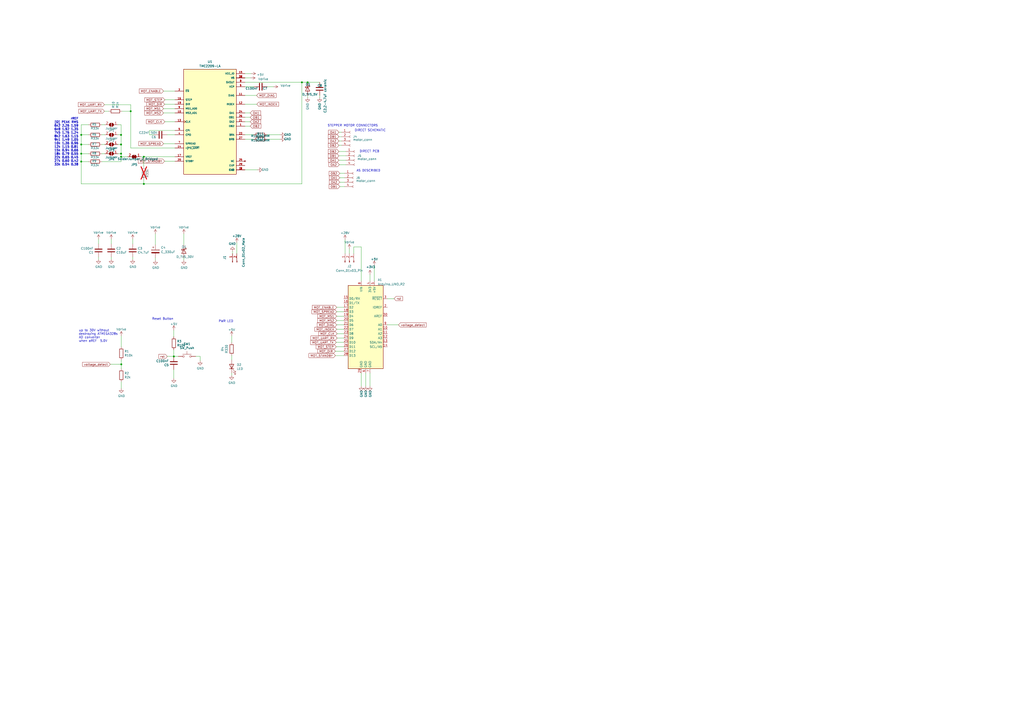
<source format=kicad_sch>
(kicad_sch (version 20230121) (generator eeschema)
  (paper "A2")
  (title_block (title "ETHERSWEEP 4") (rev "4.0.1") (company "github.com/neumi"))
  (lib_symbols
    (symbol "+28V_1" (power) (pin_names (offset 0))
      (property "Value" "+28V_1" (at 0 3.81 0))
      (symbol "+28V_1_0_1"
        (polyline (pts (xy -0.762 1.27) (xy 0 2.54)))
        (polyline (pts (xy 0 0) (xy 0 2.54)))
        (polyline (pts (xy 0 2.54) (xy 0.762 1.27)))
      )
      (symbol "+28V_1_1_1"
        (pin power_in line (at 0 0 90) (length 0) hide (name "+28V") (number "1"))
      )
    )
    (symbol "Connector:Conn_01x02_Male" (pin_names (offset 1.016) hide)
      (property "Reference" "J" (at 0 2.54 0))
      (property "Value" "Conn_01x02_Male" (at 0 -5.08 0))
      (symbol "Conn_01x02_Male_1_1"
        (polyline (pts (xy 1.27 -2.54) (xy 0.8636 -2.54)) (stroke (width 0.1524)))
        (polyline (pts (xy 1.27 0) (xy 0.8636 0)) (stroke (width 0.1524)))
        (rectangle (start 0.8636 -2.413) (end 0 -2.667) (stroke (width 0.1524)) (fill (type outline)))
        (rectangle (start 0.8636 0.127) (end 0 -0.127) (stroke (width 0.1524)) (fill (type outline)))
        (pin passive line (at 5.08 0 180) (length 3.81) (name "Pin_1") (number "1"))
        (pin passive line (at 5.08 -2.54 180) (length 3.81) (name "Pin_2") (number "2"))
      )
    )
    (symbol "Connector:Conn_01x03_Pin" (pin_names (offset 1.016) hide)
      (property "Reference" "J" (at 0 5.08 0))
      (property "Value" "Conn_01x03_Pin" (at 0 -5.08 0))
      (symbol "Conn_01x03_Pin_1_1"
        (polyline (pts (xy 1.27 -2.54) (xy 0.8636 -2.54)) (stroke (width 0.1524)))
        (polyline (pts (xy 1.27 0) (xy 0.8636 0)) (stroke (width 0.1524)))
        (polyline (pts (xy 1.27 2.54) (xy 0.8636 2.54)) (stroke (width 0.1524)))
        (rectangle (start 0.8636 -2.413) (end 0 -2.667) (stroke (width 0.1524)) (fill (type outline)))
        (rectangle (start 0.8636 0.127) (end 0 -0.127) (stroke (width 0.1524)) (fill (type outline)))
        (rectangle (start 0.8636 2.667) (end 0 2.413) (stroke (width 0.1524)) (fill (type outline)))
        (pin passive line (at 5.08 2.54 180) (length 3.81) (name "Pin_1") (number "1"))
        (pin passive line (at 5.08 0 180) (length 3.81) (name "Pin_2") (number "2"))
        (pin passive line (at 5.08 -2.54 180) (length 3.81) (name "Pin_3") (number "3"))
      )
    )
    (symbol "Connector:Conn_01x04_Female" (pin_names (offset 1.016) hide)
      (property "Reference" "J" (at 0 5.08 0))
      (property "Value" "Conn_01x04_Female" (at 0 -7.62 0))
      (symbol "Conn_01x04_Female_1_1"
        (arc (start 0 -4.572) (mid -0.5058 -5.08) (end 0 -5.588) (stroke (width 0.1524)))
        (arc (start 0 -2.032) (mid -0.5058 -2.54) (end 0 -3.048) (stroke (width 0.1524)))
        (polyline (pts (xy -1.27 -5.08) (xy -0.508 -5.08)) (stroke (width 0.1524)))
        (polyline (pts (xy -1.27 -2.54) (xy -0.508 -2.54)) (stroke (width 0.1524)))
        (polyline (pts (xy -1.27 0) (xy -0.508 0)) (stroke (width 0.1524)))
        (polyline (pts (xy -1.27 2.54) (xy -0.508 2.54)) (stroke (width 0.1524)))
        (arc (start 0 0.508) (mid -0.5058 0) (end 0 -0.508) (stroke (width 0.1524)))
        (arc (start 0 3.048) (mid -0.5058 2.54) (end 0 2.032) (stroke (width 0.1524)))
        (pin passive line (at -5.08 2.54 0) (length 3.81) (name "Pin_1") (number "1"))
        (pin passive line (at -5.08 0 0) (length 3.81) (name "Pin_2") (number "2"))
        (pin passive line (at -5.08 -2.54 0) (length 3.81) (name "Pin_3") (number "3"))
        (pin passive line (at -5.08 -5.08 0) (length 3.81) (name "Pin_4") (number "4"))
      )
    )
    (symbol "Device:C" (pin_numbers hide) (pin_names (offset 0.254))
      (property "Reference" "C" (at 0.635 2.54 0))
      (property "Value" "C" (at 0.635 -2.54 0))
      (symbol "C_0_1"
        (polyline (pts (xy -2.032 -0.762) (xy 2.032 -0.762)) (stroke (width 0.508)))
        (polyline (pts (xy -2.032 0.762) (xy 2.032 0.762)) (stroke (width 0.508)))
      )
      (symbol "C_1_1"
        (pin passive line (at 0 3.81 270) (length 2.794) (name "~") (number "1"))
        (pin passive line (at 0 -3.81 90) (length 2.794) (name "~") (number "2"))
      )
    )
    (symbol "Device:C_Polarized" (pin_numbers hide) (pin_names (offset 0.254))
      (property "Reference" "C" (at 0.635 2.54 0))
      (property "Value" "C_Polarized" (at 0.635 -2.54 0))
      (symbol "C_Polarized_0_1"
        (rectangle (start -2.286 0.508) (end 2.286 1.016))
        (polyline (pts (xy -1.778 2.286) (xy -0.762 2.286)))
        (polyline (pts (xy -1.27 2.794) (xy -1.27 1.778)))
        (rectangle (start 2.286 -0.508) (end -2.286 -1.016) (fill (type outline)))
      )
      (symbol "C_Polarized_1_1"
        (pin passive line (at 0 3.81 270) (length 2.794) (name "~") (number "1"))
        (pin passive line (at 0 -3.81 90) (length 2.794) (name "~") (number "2"))
      )
    )
    (symbol "Device:D_Schottky" (pin_numbers hide) (pin_names (offset 1.016) hide)
      (property "Reference" "D" (at 0 2.54 0))
      (property "Value" "D_Schottky" (at 0 -2.54 0))
      (symbol "D_Schottky_0_1"
        (polyline (pts (xy 1.27 0) (xy -1.27 0)))
        (polyline (pts (xy 1.27 1.27) (xy 1.27 -1.27) (xy -1.27 0) (xy 1.27 1.27)) (stroke (width 0.254)))
        (polyline (pts (xy -1.905 0.635) (xy -1.905 1.27) (xy -1.27 1.27) (xy -1.27 -1.27) (xy -0.635 -1.27) (xy -0.635 -0.635)) (stroke (width 0.254)))
      )
      (symbol "D_Schottky_1_1"
        (pin passive line (at -3.81 0 0) (length 2.54) (name "K") (number "1"))
        (pin passive line (at 3.81 0 180) (length 2.54) (name "A") (number "2"))
      )
    )
    (symbol "Device:LED" (pin_numbers hide) (pin_names (offset 1.016) hide)
      (property "Reference" "D" (at 0 2.54 0))
      (property "Value" "LED" (at 0 -2.54 0))
      (symbol "LED_0_1"
        (polyline (pts (xy -1.27 -1.27) (xy -1.27 1.27)) (stroke (width 0.254)))
        (polyline (pts (xy -1.27 0) (xy 1.27 0)))
        (polyline (pts (xy 1.27 -1.27) (xy 1.27 1.27) (xy -1.27 0) (xy 1.27 -1.27)) (stroke (width 0.254)))
        (polyline (pts (xy -3.048 -0.762) (xy -4.572 -2.286) (xy -3.81 -2.286) (xy -4.572 -2.286) (xy -4.572 -1.524)))
        (polyline (pts (xy -1.778 -0.762) (xy -3.302 -2.286) (xy -2.54 -2.286) (xy -3.302 -2.286) (xy -3.302 -1.524)))
      )
      (symbol "LED_1_1"
        (pin passive line (at -3.81 0 0) (length 2.54) (name "K") (number "1"))
        (pin passive line (at 3.81 0 180) (length 2.54) (name "A") (number "2"))
      )
    )
    (symbol "Device:R" (pin_numbers hide) (pin_names (offset 0))
      (property "Reference" "R" (at 2.032 0 90))
      (property "Value" "R" (at 0 0 90))
      (symbol "R_0_1"
        (rectangle (start -1.016 -2.54) (end 1.016 2.54) (stroke (width 0.254)))
      )
      (symbol "R_1_1"
        (pin passive line (at 0 3.81 270) (length 1.27) (name "~") (number "1"))
        (pin passive line (at 0 -3.81 90) (length 1.27) (name "~") (number "2"))
      )
    )
    (symbol "Jumper:SolderJumper_2_Bridged" (pin_names (offset 0) hide)
      (property "Reference" "JP" (at 0 2.032 0))
      (property "Value" "SolderJumper_2_Bridged" (at 0 -2.54 0))
      (symbol "SolderJumper_2_Bridged_0_1"
        (rectangle (start -0.508 0.508) (end 0.508 -0.508) (fill (type outline)))
        (arc (start -0.254 1.016) (mid -1.2656 0) (end -0.254 -1.016))
        (arc (start -0.254 1.016) (mid -1.2656 0) (end -0.254 -1.016) (fill (type outline)))
        (polyline (pts (xy -0.254 1.016) (xy -0.254 -1.016)))
        (polyline (pts (xy 0.254 1.016) (xy 0.254 -1.016)))
        (arc (start 0.254 -1.016) (mid 1.2656 0) (end 0.254 1.016))
        (arc (start 0.254 -1.016) (mid 1.2656 0) (end 0.254 1.016) (fill (type outline)))
      )
      (symbol "SolderJumper_2_Bridged_1_1"
        (pin passive line (at -3.81 0 0) (length 2.54) (name "A") (number "1"))
        (pin passive line (at 3.81 0 180) (length 2.54) (name "B") (number "2"))
      )
    )
    (symbol "Jumper:SolderJumper_2_Open" (pin_names (offset 0) hide)
      (property "Reference" "JP" (at 0 2.032 0))
      (property "Value" "SolderJumper_2_Open" (at 0 -2.54 0))
      (symbol "SolderJumper_2_Open_0_1"
        (arc (start -0.254 1.016) (mid -1.2656 0) (end -0.254 -1.016))
        (arc (start -0.254 1.016) (mid -1.2656 0) (end -0.254 -1.016) (fill (type outline)))
        (polyline (pts (xy -0.254 1.016) (xy -0.254 -1.016)))
        (polyline (pts (xy 0.254 1.016) (xy 0.254 -1.016)))
        (arc (start 0.254 -1.016) (mid 1.2656 0) (end 0.254 1.016))
        (arc (start 0.254 -1.016) (mid 1.2656 0) (end 0.254 1.016) (fill (type outline)))
      )
      (symbol "SolderJumper_2_Open_1_1"
        (pin passive line (at -3.81 0 0) (length 2.54) (name "A") (number "1"))
        (pin passive line (at 3.81 0 180) (length 2.54) (name "B") (number "2"))
      )
    )
    (symbol "MCU_Module:Arduino_UNO_R2"
      (property "Reference" "A" (at -10.16 23.495 0))
      (property "Value" "Arduino_UNO_R2" (at 5.08 -26.67 0))
      (symbol "Arduino_UNO_R2_0_1"
        (rectangle (start -10.16 22.86) (end 10.16 -25.4) (stroke (width 0.254)) (fill (type background)))
      )
      (symbol "Arduino_UNO_R2_1_1"
        (pin no_connect line (at -10.16 -20.32 0) (length 2.54) hide (name "NC") (number "1"))
        (pin bidirectional line (at 12.7 -2.54 180) (length 2.54) (name "A1") (number "10"))
        (pin bidirectional line (at 12.7 -5.08 180) (length 2.54) (name "A2") (number "11"))
        (pin bidirectional line (at 12.7 -7.62 180) (length 2.54) (name "A3") (number "12"))
        (pin bidirectional line (at 12.7 -10.16 180) (length 2.54) (name "SDA/A4") (number "13"))
        (pin bidirectional line (at 12.7 -12.7 180) (length 2.54) (name "SCL/A5") (number "14"))
        (pin bidirectional line (at -12.7 15.24 0) (length 2.54) (name "D0/RX") (number "15"))
        (pin bidirectional line (at -12.7 12.7 0) (length 2.54) (name "D1/TX") (number "16"))
        (pin bidirectional line (at -12.7 10.16 0) (length 2.54) (name "D2") (number "17"))
        (pin bidirectional line (at -12.7 7.62 0) (length 2.54) (name "D3") (number "18"))
        (pin bidirectional line (at -12.7 5.08 0) (length 2.54) (name "D4") (number "19"))
        (pin output line (at 12.7 10.16 180) (length 2.54) (name "IOREF") (number "2"))
        (pin bidirectional line (at -12.7 2.54 0) (length 2.54) (name "D5") (number "20"))
        (pin bidirectional line (at -12.7 0 0) (length 2.54) (name "D6") (number "21"))
        (pin bidirectional line (at -12.7 -2.54 0) (length 2.54) (name "D7") (number "22"))
        (pin bidirectional line (at -12.7 -5.08 0) (length 2.54) (name "D8") (number "23"))
        (pin bidirectional line (at -12.7 -7.62 0) (length 2.54) (name "D9") (number "24"))
        (pin bidirectional line (at -12.7 -10.16 0) (length 2.54) (name "D10") (number "25"))
        (pin bidirectional line (at -12.7 -12.7 0) (length 2.54) (name "D11") (number "26"))
        (pin bidirectional line (at -12.7 -15.24 0) (length 2.54) (name "D12") (number "27"))
        (pin bidirectional line (at -12.7 -17.78 0) (length 2.54) (name "D13") (number "28"))
        (pin power_in line (at -2.54 -27.94 90) (length 2.54) (name "GND") (number "29"))
        (pin input line (at 12.7 15.24 180) (length 2.54) (name "~{RESET}") (number "3"))
        (pin input line (at 12.7 5.08 180) (length 2.54) (name "AREF") (number "30"))
        (pin power_out line (at 2.54 25.4 270) (length 2.54) (name "3V3") (number "4"))
        (pin power_out line (at 5.08 25.4 270) (length 2.54) (name "+5V") (number "5"))
        (pin power_in line (at 0 -27.94 90) (length 2.54) (name "GND") (number "6"))
        (pin power_in line (at 2.54 -27.94 90) (length 2.54) (name "GND") (number "7"))
        (pin power_in line (at -2.54 25.4 270) (length 2.54) (name "VIN") (number "8"))
        (pin bidirectional line (at 12.7 0 180) (length 2.54) (name "A0") (number "9"))
      )
    )
    (symbol "Switch:SW_Push" (pin_numbers hide) (pin_names (offset 1.016) hide)
      (property "Reference" "SW" (at 1.27 2.54 0))
      (property "Value" "SW_Push" (at 0 -1.524 0))
      (symbol "SW_Push_0_1"
        (circle (center -2.032 0) (radius 0.508))
        (polyline (pts (xy 0 1.27) (xy 0 3.048)))
        (polyline (pts (xy 2.54 1.27) (xy -2.54 1.27)))
        (circle (center 2.032 0) (radius 0.508))
        (pin passive line (at -5.08 0 0) (length 2.54) (name "1") (number "1"))
        (pin passive line (at 5.08 0 180) (length 2.54) (name "2") (number "2"))
      )
    )
    (symbol "TMC2209-LA:TMC2209-LA" (pin_names (offset 1.016))
      (property "Reference" "U" (at -15.24 30.48 0))
      (property "Value" "TMC2209-LA" (at -15.24 -33.02 0))
      (symbol "TMC2209-LA_0_0"
        (rectangle (start -15.24 -30.48) (end 15.24 30.48) (stroke (width 0.254)) (fill (type background)))
        (pin output line (at 20.32 -2.54 180) (length 5.08) (name "OB2") (number "1"))
        (pin input line (at -20.32 5.08 0) (length 5.08) (name "MS2_AD1") (number "10"))
        (pin output line (at 20.32 15.24 180) (length 5.08) (name "DIAG") (number "11"))
        (pin output line (at 20.32 10.16 180) (length 5.08) (name "INDEX") (number "12"))
        (pin input clock (at -20.32 0 0) (length 5.08) (name "CLK") (number "13"))
        (pin bidirectional line (at -20.32 -15.24 0) (length 5.08) (name "~{PD~{_UART}") (number "14"))
        (pin power_in line (at 20.32 27.94 180) (length 5.08) (name "VCC_IO") (number "15"))
        (pin input line (at -20.32 12.7 0) (length 5.08) (name "STEP") (number "16"))
        (pin input line (at -20.32 -20.32 0) (length 5.08) (name "VREF") (number "17"))
        (pin power_in line (at 20.32 -27.94 180) (length 5.08) (name "GND") (number "18"))
        (pin input line (at -20.32 10.16 0) (length 5.08) (name "DIR") (number "19"))
        (pin input line (at -20.32 17.78 0) (length 5.08) (name "~{EN}") (number "2"))
        (pin input line (at -20.32 -22.86 0) (length 5.08) (name "STDBY") (number "20"))
        (pin output line (at 20.32 0 180) (length 5.08) (name "OA2") (number "21"))
        (pin power_in line (at 20.32 25.4 180) (length 5.08) (name "VS") (number "22"))
        (pin bidirectional line (at 20.32 -7.62 180) (length 5.08) (name "BRA") (number "23"))
        (pin output line (at 20.32 5.08 180) (length 5.08) (name "OA1") (number "24"))
        (pin no_connect line (at 20.32 -22.86 180) (length 5.08) (name "NC") (number "25"))
        (pin output line (at 20.32 2.54 180) (length 5.08) (name "OB1") (number "26"))
        (pin bidirectional line (at 20.32 -10.16 180) (length 5.08) (name "BRB") (number "27"))
        (pin power_in line (at 20.32 25.4 180) (length 5.08) (name "VS") (number "28"))
        (pin power_in line (at 20.32 -25.4 180) (length 5.08) (name "EXP") (number "29"))
        (pin power_in line (at 20.32 -27.94 180) (length 5.08) (name "GND") (number "3"))
        (pin output line (at -20.32 -7.62 0) (length 5.08) (name "CPO") (number "4"))
        (pin input line (at -20.32 -5.08 0) (length 5.08) (name "CPI") (number "5"))
        (pin power_in line (at 20.32 20.32 180) (length 5.08) (name "VCP") (number "6"))
        (pin input line (at -20.32 -12.7 0) (length 5.08) (name "SPREAD") (number "7"))
        (pin power_in line (at 20.32 22.86 180) (length 5.08) (name "5VOUT") (number "8"))
        (pin input line (at -20.32 7.62 0) (length 5.08) (name "MS1_AD0") (number "9"))
      )
    )
    (symbol "power:+3.3V" (power) (pin_names (offset 0))
      (property "Value" "+3.3V" (at 0 3.556 0))
      (symbol "+3.3V_0_1"
        (polyline (pts (xy -0.762 1.27) (xy 0 2.54)))
        (polyline (pts (xy 0 0) (xy 0 2.54)))
        (polyline (pts (xy 0 2.54) (xy 0.762 1.27)))
      )
      (symbol "+3.3V_1_1"
        (pin power_in line (at 0 0 90) (length 0) hide (name "+3V3") (number "1"))
      )
    )
    (symbol "power:+5V" (power) (pin_names (offset 0))
      (property "Value" "+5V" (at 0 3.556 0))
      (symbol "+5V_0_1"
        (polyline (pts (xy -0.762 1.27) (xy 0 2.54)))
        (polyline (pts (xy 0 0) (xy 0 2.54)))
        (polyline (pts (xy 0 2.54) (xy 0.762 1.27)))
      )
      (symbol "+5V_1_1"
        (pin power_in line (at 0 0 90) (length 0) hide (name "+5V") (number "1"))
      )
    )
    (symbol "power:GND" (power) (pin_names (offset 0))
      (property "Value" "GND" (at 0 -3.81 0))
      (symbol "GND_0_1"
        (polyline (pts (xy 0 0) (xy 0 -1.27) (xy 1.27 -1.27) (xy 0 -2.54) (xy -1.27 -1.27) (xy 0 -1.27)))
      )
      (symbol "GND_1_1"
        (pin power_in line (at 0 0 270) (length 0) hide (name "GND") (number "1"))
      )
    )
    (symbol "power:Vdrive" (power) (pin_names (offset 0))
      (property "Value" "Vdrive" (at 0 3.81 0))
      (symbol "Vdrive_0_1"
        (polyline (pts (xy -0.762 1.27) (xy 0 2.54)))
        (polyline (pts (xy 0 0) (xy 0 2.54)))
        (polyline (pts (xy 0 2.54) (xy 0.762 1.27)))
      )
      (symbol "Vdrive_1_1"
        (pin power_in line (at 0 0 90) (length 0) hide (name "Vdrive") (number "1"))
      )
    )
  )
  (junction (at 47.117 78.232))
  (junction (at 75.819 64.516))
  (junction (at 47.117 83.82))
  (junction (at 47.117 89.154))
  (junction (at 70.231 89.154))
  (junction (at 83.439 106.68))
  (junction (at 70.231 90.932))
  (junction (at 70.231 83.82))
  (junction (at 175.133 47.752))
  (junction (at 178.435 47.752))
  (junction (at 100.838 206.756))
  (junction (at 70.231 78.232))
  (junction (at 83.439 90.932))
  (junction (at 70.358 211.328))
  (junction (at 47.117 93.726))
  (wire (pts (xy 142.113 65.532) (xy 145.161 65.532)))
  (wire (pts (xy 60.833 89.154) (xy 59.055 89.154)))
  (wire (pts (xy 60.833 83.82) (xy 59.055 83.82)))
  (wire (pts (xy 205.232 143.256) (xy 209.55 143.256)))
  (wire (pts (xy 196.596 81.788) (xy 198.12 81.788)))
  (wire (pts (xy 142.113 98.552) (xy 149.352 98.552)))
  (wire (pts (xy 57.15 138.684) (xy 57.15 141.478)))
  (wire (pts (xy 147.447 50.292) (xy 142.113 50.292)))
  (wire (pts (xy 101.473 83.312) (xy 94.869 83.312)))
  (wire (pts (xy 197.104 103.124) (xy 199.898 103.124)))
  (wire (pts (xy 217.17 153.924) (xy 217.17 163.068)))
  (wire (pts (xy 194.564 203.708) (xy 199.39 203.708)))
  (wire (pts (xy 209.55 143.256) (xy 209.55 163.068)))
  (wire (pts (xy 70.231 72.39) (xy 70.231 78.232)))
  (wire (pts (xy 142.113 73.152) (xy 145.161 73.152)))
  (wire (pts (xy 196.85 95.504) (xy 200.66 95.504)))
  (wire (pts (xy 101.473 62.992) (xy 94.869 62.992)))
  (wire (pts (xy 195.58 193.548) (xy 199.39 193.548)))
  (wire (pts (xy 195.326 191.008) (xy 199.39 191.008)))
  (wire (pts (xy 134.366 216.408) (xy 134.366 217.678)))
  (wire (pts (xy 228.6 173.228) (xy 224.79 173.228)))
  (wire (pts (xy 101.473 60.452) (xy 95.504 60.452)))
  (wire (pts (xy 95.631 57.912) (xy 101.473 57.912)))
  (wire (pts (xy 64.516 138.684) (xy 64.516 141.478)))
  (wire (pts (xy 70.231 78.232) (xy 70.231 83.82)))
  (wire (pts (xy 47.117 83.82) (xy 47.117 78.232)))
  (wire (pts (xy 196.596 79.248) (xy 198.12 79.248)))
  (wire (pts (xy 75.819 60.706) (xy 75.819 64.516)))
  (wire (pts (xy 196.596 76.708) (xy 198.12 76.708)))
  (wire (pts (xy 70.231 72.39) (xy 68.453 72.39)))
  (wire (pts (xy 137.414 147.066) (xy 137.414 140.716)))
  (wire (pts (xy 100.838 202.946) (xy 100.838 206.756)))
  (wire (pts (xy 212.09 216.408) (xy 212.09 224.028)))
  (wire (pts (xy 83.439 90.932) (xy 83.439 96.52)))
  (wire (pts (xy 70.231 83.82) (xy 70.231 89.154)))
  (wire (pts (xy 76.962 149.098) (xy 76.962 150.368)))
  (wire (pts (xy 214.63 216.408) (xy 214.63 224.028)))
  (wire (pts (xy 47.117 106.68) (xy 47.117 93.726)))
  (wire (pts (xy 196.596 87.884) (xy 200.66 87.884)))
  (wire (pts (xy 70.231 89.154) (xy 68.453 89.154)))
  (wire (pts (xy 195.072 198.628) (xy 199.39 198.628)))
  (wire (pts (xy 142.113 68.072) (xy 145.161 68.072)))
  (wire (pts (xy 155.067 50.292) (xy 158.623 50.292)))
  (wire (pts (xy 154.813 78.232) (xy 162.433 78.232)))
  (wire (pts (xy 101.473 93.472) (xy 95.504 93.472)))
  (wire (pts (xy 142.113 60.452) (xy 148.971 60.452)))
  (wire (pts (xy 134.366 206.248) (xy 134.366 208.788)))
  (wire (pts (xy 83.439 104.14) (xy 83.439 106.68)))
  (wire (pts (xy 94.869 65.532) (xy 101.473 65.532)))
  (wire (pts (xy 60.579 64.516) (xy 63.119 64.516)))
  (wire (pts (xy 75.819 85.852) (xy 75.819 64.516)))
  (wire (pts (xy 51.435 89.154) (xy 47.117 89.154)))
  (wire (pts (xy 134.874 147.066) (xy 134.874 145.796)))
  (wire (pts (xy 47.117 89.154) (xy 47.117 83.82)))
  (wire (pts (xy 70.358 211.328) (xy 70.358 213.868)))
  (wire (pts (xy 106.68 149.606) (xy 106.68 150.876)))
  (wire (pts (xy 175.133 47.752) (xy 175.133 106.68)))
  (wire (pts (xy 197.104 108.204) (xy 199.898 108.204)))
  (wire (pts (xy 76.962 138.684) (xy 76.962 141.478)))
  (wire (pts (xy 100.838 195.326) (xy 100.838 191.516)))
  (wire (pts (xy 97.028 206.756) (xy 100.838 206.756)))
  (wire (pts (xy 116.078 206.756) (xy 116.078 209.296)))
  (wire (pts (xy 47.117 93.726) (xy 47.117 89.154)))
  (wire (pts (xy 70.231 93.726) (xy 70.231 90.932)))
  (wire (pts (xy 86.741 78.232) (xy 89.281 78.232)))
  (wire (pts (xy 196.596 92.964) (xy 200.66 92.964)))
  (wire (pts (xy 178.435 47.752) (xy 185.42 47.752)))
  (wire (pts (xy 90.17 149.606) (xy 90.17 150.876)))
  (wire (pts (xy 101.473 85.852) (xy 75.819 85.852)))
  (wire (pts (xy 64.516 149.098) (xy 64.516 150.368)))
  (wire (pts (xy 134.366 198.628) (xy 134.366 194.818)))
  (wire (pts (xy 142.113 55.372) (xy 148.844 55.372)))
  (wire (pts (xy 195.326 188.468) (xy 199.39 188.468)))
  (wire (pts (xy 70.231 89.154) (xy 70.231 90.932)))
  (wire (pts (xy 142.113 42.672) (xy 145.669 42.672)))
  (wire (pts (xy 101.473 90.932) (xy 83.439 90.932)))
  (wire (pts (xy 96.901 78.232) (xy 101.473 78.232)))
  (wire (pts (xy 185.42 55.372) (xy 185.42 56.642)))
  (wire (pts (xy 83.439 90.932) (xy 81.661 90.932)))
  (wire (pts (xy 60.579 60.706) (xy 75.819 60.706)))
  (wire (pts (xy 205.232 147.066) (xy 205.232 143.256)))
  (wire (pts (xy 202.692 144.272) (xy 202.692 147.066)))
  (wire (pts (xy 196.596 84.328) (xy 198.12 84.328)))
  (wire (pts (xy 95.631 70.612) (xy 101.473 70.612)))
  (wire (pts (xy 51.435 72.39) (xy 47.117 72.39)))
  (wire (pts (xy 90.17 141.986) (xy 90.17 135.636)))
  (wire (pts (xy 60.833 78.232) (xy 59.055 78.232)))
  (wire (pts (xy 209.55 216.408) (xy 209.55 224.028)))
  (wire (pts (xy 197.104 100.584) (xy 199.898 100.584)))
  (wire (pts (xy 195.326 180.848) (xy 199.39 180.848)))
  (wire (pts (xy 175.133 47.752) (xy 178.435 47.752)))
  (wire (pts (xy 70.358 221.488) (xy 70.358 225.298)))
  (wire (pts (xy 74.041 90.932) (xy 70.231 90.932)))
  (wire (pts (xy 101.473 52.832) (xy 94.869 52.832)))
  (wire (pts (xy 175.133 106.68) (xy 83.439 106.68)))
  (wire (pts (xy 47.117 78.232) (xy 47.117 72.39)))
  (wire (pts (xy 142.113 47.752) (xy 175.133 47.752)))
  (wire (pts (xy 70.358 194.818) (xy 70.358 201.168)))
  (wire (pts (xy 197.104 105.664) (xy 199.898 105.664)))
  (wire (pts (xy 51.435 93.726) (xy 47.117 93.726)))
  (wire (pts (xy 195.326 178.308) (xy 199.39 178.308)))
  (wire (pts (xy 196.596 90.424) (xy 200.66 90.424)))
  (wire (pts (xy 195.326 183.388) (xy 199.39 183.388)))
  (wire (pts (xy 142.113 70.612) (xy 145.161 70.612)))
  (wire (pts (xy 142.113 45.212) (xy 145.415 45.212)))
  (wire (pts (xy 57.15 149.098) (xy 57.15 150.368)))
  (wire (pts (xy 178.435 55.372) (xy 178.435 56.642)))
  (wire (pts (xy 70.231 78.232) (xy 68.453 78.232)))
  (wire (pts (xy 231.14 188.468) (xy 224.79 188.468)))
  (wire (pts (xy 214.63 163.068) (xy 214.63 159.258)))
  (wire (pts (xy 70.231 83.82) (xy 68.453 83.82)))
  (wire (pts (xy 142.113 78.232) (xy 147.193 78.232)))
  (wire (pts (xy 101.473 75.692) (xy 86.741 75.692)))
  (wire (pts (xy 100.838 214.376) (xy 100.838 219.456)))
  (wire (pts (xy 106.68 141.986) (xy 106.68 135.636)))
  (wire (pts (xy 195.072 201.168) (xy 199.39 201.168)))
  (wire (pts (xy 194.564 206.248) (xy 199.39 206.248)))
  (wire (pts (xy 195.326 185.928) (xy 199.39 185.928)))
  (wire (pts (xy 51.435 83.82) (xy 47.117 83.82)))
  (wire (pts (xy 60.833 72.39) (xy 59.055 72.39)))
  (wire (pts (xy 59.055 93.726) (xy 70.231 93.726)))
  (wire (pts (xy 154.813 80.772) (xy 162.433 80.772)))
  (wire (pts (xy 142.113 80.772) (xy 147.193 80.772)))
  (wire (pts (xy 113.538 206.756) (xy 116.078 206.756)))
  (wire (pts (xy 200.152 138.938) (xy 200.152 147.066)))
  (wire (pts (xy 83.439 106.68) (xy 47.117 106.68)))
  (wire (pts (xy 195.58 196.088) (xy 199.39 196.088)))
  (wire (pts (xy 64.008 211.328) (xy 70.358 211.328)))
  (wire (pts (xy 100.838 206.756) (xy 103.378 206.756)))
  (wire (pts (xy 70.739 64.516) (xy 75.819 64.516)))
  (wire (pts (xy 86.741 75.692) (xy 86.741 78.232)))
  (wire (pts (xy 51.435 78.232) (xy 47.117 78.232)))
  (wire (pts (xy 70.358 208.788) (xy 70.358 211.328)))
  (text "STEPPER MOTOR CONNECTORS" (at 189.992 73.66 0) (effects (font (size 1.27 1.27)) (justify left bottom)))
  (text "DIRECT SCHEMATIC\n" (at 205.74 76.454 0) (effects (font (size 1.27 1.27)) (justify left bottom)))
  (text "AS DESCRIBED" (at 206.756 99.822 0) (effects (font (size 1.27 1.27)) (justify left bottom)))
  (text "PWR LED" (at 126.746 187.198 0) (effects (font (size 1.27 1.27)) (justify left bottom)))
  (text "up to 30V without \ndestroying ATMEGA328s \nAD converter \nwhen aREF  5.0V" (at 45.72 198.628 0) (effects (font (size 1.27 1.27)) (justify left bottom)))
  (text "rREF\n[Ω] PEAK RMS\n6k2 2.26 1.59\n6k8 1.92 1.35\n7k5 1.76 1.24\n8k2 1.63 1.15\n9k1 1.49 1.05\n10k 1.36 0.96\n12k 1.15 0.81\n15k 0.94 0.66\n18k 0.79 0.55\n22k 0.65 0.45\n27k 0.60 0.42\n33k 0.54 0.38" (at 45.593 96.266 0) (effects (font (size 1.27 1.27) (thickness 0.254) bold) (justify right bottom)))
  (text "DIRECT PCB" (at 208.534 88.646 0) (effects (font (size 1.27 1.27)) (justify left bottom)))
  (text "Reset Button" (at 88.138 185.801 0) (effects (font (size 1.27 1.27)) (justify left bottom)))
  (global_label "MOT_ENABLE" (shape input) (at 94.869 52.832 180) (property "Intersheetrefs" "${INTERSHEET_REFS}" (effects hide)))
  (global_label "OB1" (shape input) (at 196.596 79.248 180) (property "Intersheetrefs" "${INTERSHEET_REFS}" (effects hide)))
  (global_label "MOT_MS1" (shape input) (at 94.869 62.992 180) (property "Intersheetrefs" "${INTERSHEET_REFS}" (effects hide)))
  (global_label "MOT_CLK" (shape input) (at 195.58 193.548 180) (property "Intersheetrefs" "${INTERSHEET_REFS}" (effects hide)))
  (global_label "MOT_SPREAD" (shape input) (at 94.869 83.312 180) (property "Intersheetrefs" "${INTERSHEET_REFS}" (effects hide)))
  (global_label "OB1" (shape input) (at 196.596 90.424 180) (property "Intersheetrefs" "${INTERSHEET_REFS}" (effects hide)))
  (global_label "MOT_UART_TX" (shape input) (at 195.072 198.628 180) (property "Intersheetrefs" "${INTERSHEET_REFS}" (effects hide)))
  (global_label "OB1" (shape input) (at 197.104 108.204 180) (property "Intersheetrefs" "${INTERSHEET_REFS}" (effects hide)))
  (global_label "MOT_UART_RX" (shape input) (at 60.579 60.706 180) (property "Intersheetrefs" "${INTERSHEET_REFS}" (effects hide)))
  (global_label "OB2" (shape input) (at 145.161 73.152 0) (property "Intersheetrefs" "${INTERSHEET_REFS}" (effects hide)))
  (global_label "OA2" (shape input) (at 197.104 105.664 180) (property "Intersheetrefs" "${INTERSHEET_REFS}" (effects hide)))
  (global_label "MOT_STEP" (shape input) (at 95.631 57.912 180) (property "Intersheetrefs" "${INTERSHEET_REFS}" (effects hide)))
  (global_label "MOT_UART_TX" (shape input) (at 60.579 64.516 180) (property "Intersheetrefs" "${INTERSHEET_REFS}" (effects hide)))
  (global_label "MOT_DIAG" (shape input) (at 148.844 55.372 0) (property "Intersheetrefs" "${INTERSHEET_REFS}" (effects hide)))
  (global_label "MOT_DIAG" (shape input) (at 195.326 188.468 180) (property "Intersheetrefs" "${INTERSHEET_REFS}" (effects hide)))
  (global_label "MOT_STANDBY" (shape input) (at 95.504 93.472 180) (property "Intersheetrefs" "${INTERSHEET_REFS}" (effects hide)))
  (global_label "OB2" (shape input) (at 196.596 87.884 180) (property "Intersheetrefs" "${INTERSHEET_REFS}" (effects hide)))
  (global_label "MOT_DIR" (shape input) (at 95.504 60.452 180) (property "Intersheetrefs" "${INTERSHEET_REFS}" (effects hide)))
  (global_label "OB1" (shape input) (at 145.161 68.072 0) (property "Intersheetrefs" "${INTERSHEET_REFS}" (effects hide)))
  (global_label "OA2" (shape input) (at 196.85 95.504 180) (property "Intersheetrefs" "${INTERSHEET_REFS}" (effects hide)))
  (global_label "MOT_INDEX" (shape input) (at 148.971 60.452 0) (property "Intersheetrefs" "${INTERSHEET_REFS}" (effects hide)))
  (global_label "voltage_detect" (shape input) (at 64.008 211.328 180) (property "Intersheetrefs" "${INTERSHEET_REFS}" (effects hide)))
  (global_label "OA2" (shape input) (at 145.161 70.612 0) (property "Intersheetrefs" "${INTERSHEET_REFS}" (effects hide)))
  (global_label "OB2" (shape input) (at 196.596 84.328 180) (property "Intersheetrefs" "${INTERSHEET_REFS}" (effects hide)))
  (global_label "MOT_INDEX" (shape input) (at 195.326 191.008 180) (property "Intersheetrefs" "${INTERSHEET_REFS}" (effects hide)))
  (global_label "MOT_STANDBY" (shape input) (at 194.564 206.248 180) (property "Intersheetrefs" "${INTERSHEET_REFS}" (effects hide)))
  (global_label "MOT_DIR" (shape input) (at 194.564 203.708 180) (property "Intersheetrefs" "${INTERSHEET_REFS}" (effects hide)))
  (global_label "MOT_SPREAD" (shape input) (at 195.326 180.848 180) (property "Intersheetrefs" "${INTERSHEET_REFS}" (effects hide)))
  (global_label "rst" (shape input) (at 228.6 173.228 0) (property "Intersheetrefs" "${INTERSHEET_REFS}" (effects hide)))
  (global_label "MOT_ENABLE" (shape input) (at 195.326 178.308 180) (property "Intersheetrefs" "${INTERSHEET_REFS}" (effects hide)))
  (global_label "MOT_MS2" (shape input) (at 94.869 65.532 180) (property "Intersheetrefs" "${INTERSHEET_REFS}" (effects hide)))
  (global_label "MOT_CLK" (shape input) (at 95.631 70.612 180) (property "Intersheetrefs" "${INTERSHEET_REFS}" (effects hide)))
  (global_label "OA1" (shape input) (at 196.596 92.964 180) (property "Intersheetrefs" "${INTERSHEET_REFS}" (effects hide)))
  (global_label "rst" (shape input) (at 97.028 206.756 180) (property "Intersheetrefs" "${INTERSHEET_REFS}" (effects hide)))
  (global_label "OA1" (shape input) (at 197.104 103.124 180) (property "Intersheetrefs" "${INTERSHEET_REFS}" (effects hide)))
  (global_label "voltage_detect" (shape input) (at 231.14 188.468 0) (property "Intersheetrefs" "${INTERSHEET_REFS}" (effects hide)))
  (global_label "OA2" (shape input) (at 196.596 81.788 180) (property "Intersheetrefs" "${INTERSHEET_REFS}" (effects hide)))
  (global_label "OB2" (shape input) (at 197.104 100.584 180) (property "Intersheetrefs" "${INTERSHEET_REFS}" (effects hide)))
  (global_label "MOT_MS1" (shape input) (at 195.326 183.388 180) (property "Intersheetrefs" "${INTERSHEET_REFS}" (effects hide)))
  (global_label "MOT_MS2" (shape input) (at 195.326 185.928 180) (property "Intersheetrefs" "${INTERSHEET_REFS}" (effects hide)))
  (global_label "OA1" (shape input) (at 196.596 76.708 180) (property "Intersheetrefs" "${INTERSHEET_REFS}" (effects hide)))
  (global_label "MOT_UART_RX" (shape input) (at 195.58 196.088 180) (property "Intersheetrefs" "${INTERSHEET_REFS}" (effects hide)))
  (global_label "MOT_STEP" (shape input) (at 195.072 201.168 180) (property "Intersheetrefs" "${INTERSHEET_REFS}" (effects hide)))
  (global_label "OA1" (shape input) (at 145.161 65.532 0) (property "Intersheetrefs" "${INTERSHEET_REFS}" (effects hide)))
  (symbol (lib_id "power:GND") (at 70.358 225.298 0) (unit 1)
    (property "Reference" "#PWR06" (effects hide))
    (property "Value" "GND" (at 70.485 229.6922 0))
  )
  (symbol (lib_id "Device:R") (at 70.358 217.678 0) (unit 1)
    (property "Reference" "R2" (at 72.136 216.5096 0) (effects (justify left)))
    (property "Value" "R2k" (at 72.136 218.821 0) (effects (justify left)))
    (property "Footprint" "Resistor_SMD:R_0805_2012Metric" (effects hide))
    (property "LCSC" "C17604" (effects hide))
  )
  (symbol (lib_id "Device:R") (at 70.358 204.978 0) (unit 1)
    (property "Reference" "R1" (at 72.136 203.8096 0) (effects (justify left)))
    (property "Value" "R10k" (at 72.136 206.121 0) (effects (justify left)))
    (property "Footprint" "Resistor_SMD:R_0805_2012Metric" (effects hide))
    (property "LCSC" "C17415" (effects hide))
  )
  (symbol (lib_id "Device:C") (at 76.962 145.288 0) (unit 1)
    (property "Reference" "C3" (at 79.883 144.1196 0) (effects (justify left)))
    (property "Value" "C4.7uF" (at 79.883 146.431 0) (effects (justify left)))
    (property "Footprint" "Capacitor_SMD:C_1206_3216Metric" (effects hide))
    (property "LCSC" "C29823" (effects hide))
  )
  (symbol (lib_id "Switch:SW_Push") (at 108.458 206.756 0) (unit 1)
    (property "Reference" "SW1" (at 108.458 199.517 0))
    (property "Value" "SW_Push" (at 108.458 201.8284 0))
    (property "Footprint" "Button_Switch_SMD:SW_Push_1P1T_NO_CK_KSC6xxJ" (effects hide))
    (property "LCSC" "C318884" (effects hide))
  )
  (symbol (lib_id "power:GND") (at 116.078 209.296 0) (unit 1)
    (property "Reference" "#PWR015" (effects hide))
    (property "Value" "GND" (at 116.205 213.6902 0))
  )
  (symbol (lib_id "power:GND") (at 134.874 145.796 180) (unit 1)
    (property "Reference" "#PWR016" (effects hide))
    (property "Value" "GND" (at 134.747 141.4018 0))
  )
  (symbol (lib_id "power:GND") (at 57.15 150.368 0) (unit 1)
    (property "Reference" "#PWR02" (effects hide))
    (property "Value" "GND" (at 57.277 154.7622 0))
  )
  (symbol (lib_id "power:GND") (at 76.962 150.368 0) (unit 1)
    (property "Reference" "#PWR08" (effects hide))
    (property "Value" "GND" (at 77.089 154.7622 0))
  )
  (symbol (lib_id "Connector:Conn_01x02_Male") (at 134.874 152.146 90) (unit 1)
    (property "Reference" "J1" (at 130.2766 149.4028 0))
    (property "Value" "Conn_01x02_Male" (at 141.224 146.431 0))
    (property "Footprint" "Connector_AMASS:AMASS_XT30PW-M_1x02_P2.50mm_Horizontal" (effects hide))
    (property "LCSC" "C431092" (effects hide))
  )
  (symbol (lib_id "power:Vdrive") (at 158.623 50.292 270) (unit 1)
    (property "Reference" "#PWR030" (effects hide))
    (property "Value" "Vdrive" (at 162.687 49.657 90) (effects (justify left)))
  )
  (symbol (lib_id "Jumper:SolderJumper_2_Bridged") (at 77.851 90.932 180) (unit 1)
    (property "Reference" "JP5" (at 77.851 95.504 0))
    (property "Value" "SolderJumper_2_Bridged" (at 79.883 92.202 0))
    (property "Footprint" "Jumper:SolderJumper-2_P1.3mm_Bridged_RoundedPad1.0x1.5mm" (effects hide))
  )
  (symbol (lib_id "MCU_Module:Arduino_UNO_R2") (at 212.09 188.468 0) (unit 1)
    (property "Reference" "A1" (at 219.1259 162.306 0) (effects (justify left)))
    (property "Value" "Arduino_UNO_R2" (at 219.1259 164.846 0) (effects (justify left)))
    (property "Footprint" "Module:Arduino_UNO_R2_WithMountingHoles" (effects hide))
    (property "Datasheet" "https://www.arduino.cc/en/Main/arduinoBoardUno" (effects hide))
  )
  (symbol (lib_id "Device:C") (at 151.257 50.292 90) (unit 1)
    (property "Reference" "C7" (at 155.067 51.308 90) (effects (justify left)))
    (property "Value" "C100nF" (at 149.733 51.308 90) (effects (justify left)))
    (property "Footprint" "Capacitor_SMD:C_0805_2012Metric" (effects hide))
    (property "LCSC" "C49678" (effects hide))
  )
  (symbol (lib_id "power:GND") (at 185.42 56.642 0) (unit 1)
    (property "Reference" "#PWR034" (effects hide))
    (property "Value" "GND" (at 185.42 61.722 90))
  )
  (symbol (lib_id "power:GND") (at 162.433 80.772 90) (unit 1)
    (property "Reference" "#PWR032" (effects hide))
    (property "Value" "GND" (at 166.8272 80.645 90))
  )
  (symbol (lib_id "Device:R") (at 151.003 80.772 270) (unit 1)
    (property "Reference" "R12" (at 151.003 80.137 90))
    (property "Value" "R100mOHM" (at 151.003 81.407 90))
    (property "Footprint" "Resistor_SMD:R_2010_5025Metric" (effects hide))
    (property "LCSC" "C175979" (effects hide))
  )
  (symbol (lib_id "Device:R") (at 83.439 100.33 180) (unit 1) (dnp yes)
    (property "Reference" "R13" (at 83.185 99.568 90) (effects (justify left)))
    (property "Value" "R33k" (at 85.471 98.044 90) (effects (justify left)))
    (property "Footprint" "Resistor_SMD:R_0805_2012Metric" (effects hide))
    (property "LCSC" "C17633" (effects hide))
  )
  (symbol (lib_id "Device:D_Schottky") (at 178.435 51.562 270) (unit 1)
    (property "Reference" "D3" (at 177.165 49.022 90) (effects (justify left)))
    (property "Value" "D_TVS_5V" (at 175.26 54.737 90) (effects (justify left)))
    (property "Footprint" "Diode_SMD:D_SOD-123" (effects hide))
    (property "LCSC" "C478011" (effects hide))
  )
  (symbol (lib_id "Jumper:SolderJumper_2_Open") (at 64.643 78.232 180) (unit 1)
    (property "Reference" "JP2" (at 64.643 81.534 0))
    (property "Value" "Jumper" (at 64.643 80.264 0))
    (property "Footprint" "Jumper:SolderJumper-2_P1.3mm_Open_RoundedPad1.0x1.5mm" (effects hide))
  )
  (symbol (lib_id "power:GND") (at 90.17 150.876 0) (unit 1)
    (property "Reference" "#PWR010" (effects hide))
    (property "Value" "GND" (at 90.297 155.2702 0))
  )
  (symbol (lib_id "Device:C") (at 93.091 78.232 90) (unit 1)
    (property "Reference" "C6" (at 90.551 79.502 90) (effects (justify left)))
    (property "Value" "C22nF 50V" (at 91.186 76.962 90) (effects (justify left)))
    (property "Footprint" "Capacitor_SMD:C_0805_2012Metric" (effects hide))
    (property "LCSC" "C1729" (effects hide))
  )
  (symbol (lib_id "power:Vdrive") (at 57.15 138.684 0) (unit 1)
    (property "Reference" "#PWR01" (effects hide))
    (property "Value" "Vdrive" (at 57.15 134.8927 0))
  )
  (symbol (lib_id "Jumper:SolderJumper_2_Open") (at 64.643 83.82 180) (unit 1)
    (property "Reference" "JP3" (at 64.643 87.122 0))
    (property "Value" "Jumper" (at 64.643 85.852 0))
    (property "Footprint" "Jumper:SolderJumper-2_P1.3mm_Open_RoundedPad1.0x1.5mm" (effects hide))
  )
  (symbol (lib_id "power:+5V") (at 100.838 191.516 0) (unit 1)
    (property "Reference" "#PWR011" (effects hide))
    (property "Value" "+5V" (at 100.838 187.96 0))
  )
  (symbol (lib_id "Device:R") (at 55.245 83.82 90) (unit 1)
    (property "Reference" "R7" (at 56.007 83.566 90) (effects (justify left)))
    (property "Value" "R33k" (at 57.531 85.852 90) (effects (justify left)))
    (property "Footprint" "Resistor_SMD:R_0805_2012Metric" (effects hide))
    (property "LCSC" "C17633" (effects hide))
  )
  (symbol (lib_id "Connector:Conn_01x04_Female") (at 203.2 79.248 0) (unit 1)
    (property "Reference" "J4" (at 204.724 79.2479 0) (effects (justify left)))
    (property "Value" "motor_conn" (at 204.724 81.026 0) (effects (justify left)))
    (property "Footprint" "Connector_JST:JST_EH_S4B-EH_1x04_P2.50mm_Horizontal" (effects hide))
  )
  (symbol (lib_id "Connector:Conn_01x04_Female") (at 204.978 103.124 0) (unit 1)
    (property "Reference" "J6" (at 206.502 103.1239 0) (effects (justify left)))
    (property "Value" "motor_conn" (at 206.502 104.902 0) (effects (justify left)))
    (property "Footprint" "Connector_JST:JST_EH_S4B-EH_1x04_P2.50mm_Horizontal" (effects hide))
  )
  (symbol (lib_id "Connector:Conn_01x04_Female") (at 205.74 90.424 0) (unit 1)
    (property "Reference" "J5" (at 207.264 90.4239 0) (effects (justify left)))
    (property "Value" "motor_conn" (at 207.264 92.202 0) (effects (justify left)))
    (property "Footprint" "Connector_JST:JST_EH_S4B-EH_1x04_P2.50mm_Horizontal" (effects hide))
  )
  (symbol (lib_id "Connector:Conn_01x03_Pin") (at 202.692 152.146 90) (unit 1)
    (property "Reference" "J2" (at 202.692 154.432 90))
    (property "Value" "Conn_01x03_Pin" (at 202.692 156.972 90))
    (property "Footprint" "Connector_PinHeader_2.54mm:PinHeader_1x03_P2.54mm_Vertical" (effects hide))
  )
  (symbol (lib_id "Device:R") (at 66.929 64.516 90) (unit 1)
    (property "Reference" "R10" (at 65.7606 62.738 0) (effects (justify left)))
    (property "Value" "R1k" (at 68.072 62.738 0) (effects (justify left)))
    (property "Footprint" "Resistor_SMD:R_0805_2012Metric" (effects hide))
    (property "LCSC" "C17513" (effects hide))
  )
  (symbol (lib_id "power:GND") (at 100.838 219.456 0) (unit 1)
    (property "Reference" "#PWR012" (effects hide))
    (property "Value" "GND" (at 100.965 223.8502 0))
  )
  (symbol (lib_id "power:GND") (at 134.366 217.678 0) (unit 1)
    (property "Reference" "#PWR019" (effects hide))
    (property "Value" "GND" (at 134.493 222.0722 0))
  )
  (symbol (lib_id "Device:R") (at 100.838 199.136 0) (unit 1)
    (property "Reference" "R3" (at 102.616 197.9676 0) (effects (justify left)))
    (property "Value" "R10k" (at 102.616 200.279 0) (effects (justify left)))
    (property "Footprint" "Resistor_SMD:R_0805_2012Metric" (effects hide))
    (property "LCSC" "C17415" (effects hide))
  )
  (symbol (lib_id "power:GND") (at 209.55 224.028 0) (unit 1)
    (property "Reference" "#PWR022" (effects hide))
    (property "Value" "GND" (at 209.677 228.4222 90))
  )
  (symbol (lib_id "Device:R") (at 55.245 72.39 90) (unit 1)
    (property "Reference" "R5" (at 56.007 72.136 90) (effects (justify left)))
    (property "Value" "R33k" (at 57.531 74.422 90) (effects (justify left)))
    (property "Footprint" "Resistor_SMD:R_0805_2012Metric" (effects hide))
    (property "LCSC" "C17633" (effects hide))
  )
  (symbol (lib_id "Device:C_Polarized") (at 90.17 145.796 0) (unit 1)
    (property "Reference" "C4" (at 93.345 143.6369 0) (effects (justify left)))
    (property "Value" "C_330uF" (at 93.345 146.1769 0) (effects (justify left)))
    (property "Footprint" "Capacitor_SMD:CP_Elec_10x10" (effects hide))
    (property "LCSC" "C249985" (effects hide))
  )
  (symbol (lib_id "power:GND") (at 149.352 98.552 90) (unit 1)
    (property "Reference" "#PWR029" (effects hide))
    (property "Value" "GND" (at 153.7462 98.425 90))
  )
  (symbol (lib_id "Device:C") (at 100.838 210.566 180) (unit 1)
    (property "Reference" "C5" (at 97.917 211.7344 0) (effects (justify left)))
    (property "Value" "C100nF" (at 97.917 209.423 0) (effects (justify left)))
    (property "Footprint" "Capacitor_SMD:C_0805_2012Metric" (effects hide))
    (property "LCSC" "C49678" (effects hide))
  )
  (symbol (lib_id "power:GND") (at 64.516 150.368 0) (unit 1)
    (property "Reference" "#PWR04" (effects hide))
    (property "Value" "GND" (at 64.643 154.7622 0))
  )
  (symbol (lib_id "power:Vdrive") (at 76.962 138.684 0) (unit 1)
    (property "Reference" "#PWR07" (effects hide))
    (property "Value" "Vdrive" (at 76.962 134.8927 0))
  )
  (symbol (lib_id "power:Vdrive") (at 64.516 138.684 0) (unit 1)
    (property "Reference" "#PWR03" (effects hide))
    (property "Value" "Vdrive" (at 64.516 134.8927 0))
  )
  (symbol (lib_id "power:+5V") (at 217.17 153.924 0) (unit 1)
    (property "Reference" "#PWR026" (effects hide))
    (property "Value" "+5V" (at 217.17 150.368 0))
  )
  (symbol (lib_id "Device:R") (at 151.003 78.232 270) (unit 1)
    (property "Reference" "R11" (at 151.003 77.597 90))
    (property "Value" "R100mOHM" (at 151.003 78.867 90))
    (property "Footprint" "Resistor_SMD:R_2010_5025Metric" (effects hide))
    (property "LCSC" "C175979" (effects hide))
  )
  (symbol (lib_id "power:Vdrive") (at 106.68 135.636 0) (unit 1)
    (property "Reference" "#PWR013" (effects hide))
    (property "Value" "Vdrive" (at 106.68 131.8447 0))
  )
  (symbol (lib_id "Device:R") (at 55.245 78.232 90) (unit 1)
    (property "Reference" "R6" (at 56.007 77.978 90) (effects (justify left)))
    (property "Value" "R33k" (at 57.531 80.264 90) (effects (justify left)))
    (property "Footprint" "Resistor_SMD:R_0805_2012Metric" (effects hide))
    (property "LCSC" "C17633" (effects hide))
  )
  (symbol (lib_id "Device:C") (at 64.516 145.288 0) (unit 1)
    (property "Reference" "C2" (at 67.437 144.1196 0) (effects (justify left)))
    (property "Value" "C10uF" (at 67.437 146.431 0) (effects (justify left)))
    (property "Footprint" "Capacitor_SMD:C_1206_3216Metric" (effects hide))
    (property "LCSC" "C13585" (effects hide))
  )
  (symbol (lib_id "power:Vdrive") (at 70.358 194.818 0) (unit 1)
    (property "Reference" "#PWR05" (effects hide))
    (property "Value" "Vdrive" (at 70.358 191.0267 0))
  )
  (symbol (lib_id "power:GND") (at 162.433 78.232 90) (unit 1)
    (property "Reference" "#PWR031" (effects hide))
    (property "Value" "GND" (at 166.8272 78.105 90))
  )
  (symbol (lib_id "power:Vdrive") (at 202.692 144.272 0) (unit 1)
    (property "Reference" "#PWR021" (effects hide))
    (property "Value" "Vdrive" (at 202.692 140.4807 0))
  )
  (symbol (lib_id "Jumper:SolderJumper_2_Open") (at 64.643 89.154 180) (unit 1)
    (property "Reference" "JP4" (at 64.643 92.456 0))
    (property "Value" "Jumper" (at 64.643 91.186 0))
    (property "Footprint" "Jumper:SolderJumper-2_P1.3mm_Open_RoundedPad1.0x1.5mm" (effects hide))
  )
  (symbol (lib_id "power:+5V") (at 145.669 42.672 270) (unit 1)
    (property "Reference" "#PWR028" (effects hide))
    (property "Value" "+5V" (at 148.971 43.307 90) (effects (justify left)))
  )
  (symbol (lib_id "Device:C") (at 57.15 145.288 180) (unit 1)
    (property "Reference" "C1" (at 54.229 146.4564 0) (effects (justify left)))
    (property "Value" "C100nF" (at 54.229 144.145 0) (effects (justify left)))
    (property "Footprint" "Capacitor_SMD:C_0805_2012Metric" (effects hide))
    (property "LCSC" "C49678" (effects hide))
  )
  (symbol (lib_id "Device:R") (at 134.366 202.438 0) (unit 1)
    (property "Reference" "R4" (at 129.1082 202.438 90))
    (property "Value" "R330" (at 131.4196 202.438 90))
    (property "Footprint" "Resistor_SMD:R_0805_2012Metric" (effects hide))
    (property "LCSC" "C17630" (effects hide))
  )
  (symbol (lib_name "+28V_1") (lib_id "power:+28V") (at 200.152 138.938 0) (unit 1)
    (property "Reference" "#PWR020" (effects hide))
    (property "Value" "+28V" (at 200.152 135.128 0))
  )
  (symbol (lib_id "power:+5V") (at 134.366 194.818 0) (unit 1)
    (property "Reference" "#PWR018" (effects hide))
    (property "Value" "+5V" (at 134.366 191.262 0))
  )
  (symbol (lib_id "power:GND") (at 212.09 224.028 0) (unit 1)
    (property "Reference" "#PWR023" (effects hide))
    (property "Value" "GND" (at 212.217 228.4222 90))
  )
  (symbol (lib_id "power:Vdrive") (at 90.17 135.636 0) (unit 1)
    (property "Reference" "#PWR09" (effects hide))
    (property "Value" "Vdrive" (at 90.17 131.8447 0))
  )
  (symbol (lib_id "TMC2209-LA:TMC2209-LA") (at 121.793 70.612 0) (unit 1)
    (property "Reference" "U1" (at 121.793 35.814 0))
    (property "Value" "TMC2209-LA" (at 121.793 38.354 0))
    (property "Footprint" "components:QFN50P500X500X90-29N" (effects hide))
    (property "STANDARD" "IPC-7351B" (effects hide))
    (property "PARTREV" "1.08" (effects hide))
    (property "MANUFACTURER" "Trinamic" (effects hide))
    (property "SNAPEDA_PN" "TMC2209-LA" (effects hide))
    (property "MAXIMUM_PACKAGE_HEIGHT" "0.90mm" (effects hide))
    (property "LCSC" "C465949" (effects hide))
  )
  (symbol (lib_id "Device:R") (at 55.245 89.154 90) (unit 1)
    (property "Reference" "R8" (at 56.007 88.9 90) (effects (justify left)))
    (property "Value" "R33k" (at 57.531 91.186 90) (effects (justify left)))
    (property "Footprint" "Resistor_SMD:R_0805_2012Metric" (effects hide))
    (property "LCSC" "C17633" (effects hide))
  )
  (symbol (lib_id "Device:D_Schottky") (at 106.68 145.796 270) (unit 1)
    (property "Reference" "D1" (at 105.41 143.256 90) (effects (justify left)))
    (property "Value" "D_TVS_30V" (at 102.235 148.971 90) (effects (justify left)))
    (property "Footprint" "Diode_SMD:D_SOD-123" (effects hide))
    (property "LCSC" "C553410" (effects hide))
  )
  (symbol (lib_id "Jumper:SolderJumper_2_Open") (at 64.643 72.39 180) (unit 1)
    (property "Reference" "JP1" (at 64.643 75.692 0))
    (property "Value" "Jumper" (at 64.643 74.422 0))
    (property "Footprint" "Jumper:SolderJumper-2_P1.3mm_Open_RoundedPad1.0x1.5mm" (effects hide))
  )
  (symbol (lib_id "Device:C") (at 185.42 51.562 0) (unit 1)
    (property "Reference" "C8" (at 184.15 49.657 0) (effects (justify left)))
    (property "Value" "C2.2-4.7uF ceramic" (at 188.595 65.532 90) (effects (justify left)))
    (property "Footprint" "Capacitor_SMD:C_1206_3216Metric" (effects hide))
    (property "LCSC" "C29823" (effects hide))
  )
  (symbol (lib_id "Device:R") (at 55.245 93.726 90) (unit 1)
    (property "Reference" "R9" (at 56.007 93.472 90) (effects (justify left)))
    (property "Value" "R33k" (at 57.531 95.758 90) (effects (justify left)))
    (property "Footprint" "Resistor_SMD:R_0805_2012Metric" (effects hide))
    (property "LCSC" "C17633" (effects hide))
  )
  (symbol (lib_name "+28V_1") (lib_id "power:+28V") (at 137.414 140.716 0) (unit 1)
    (property "Reference" "#PWR017" (effects hide))
    (property "Value" "+28V" (at 137.414 136.906 0))
  )
  (symbol (lib_id "Device:LED") (at 134.366 212.598 90) (unit 1)
    (property "Reference" "D2" (at 137.3632 211.6074 90) (effects (justify right)))
    (property "Value" "LED" (at 137.3632 213.9188 90) (effects (justify right)))
    (property "Footprint" "LED_SMD:LED_0805_2012Metric" (effects hide))
    (property "LCSC" "C84256" (effects hide))
  )
  (symbol (lib_id "power:GND") (at 106.68 150.876 0) (unit 1)
    (property "Reference" "#PWR014" (effects hide))
    (property "Value" "GND" (at 106.807 155.2702 0))
  )
  (symbol (lib_id "power:GND") (at 178.435 56.642 0) (unit 1)
    (property "Reference" "#PWR033" (effects hide))
    (property "Value" "GND" (at 178.435 61.722 90))
  )
  (symbol (lib_id "power:Vdrive") (at 145.415 45.212 270) (unit 1)
    (property "Reference" "#PWR027" (effects hide))
    (property "Value" "Vdrive" (at 149.733 45.847 90) (effects (justify left)))
  )
  (symbol (lib_id "power:+3.3V") (at 214.63 159.258 0) (unit 1)
    (property "Reference" "#PWR024" (effects hide))
    (property "Value" "+3.3V" (at 215.011 154.8638 0))
  )
  (symbol (lib_id "power:GND") (at 214.63 224.028 0) (unit 1)
    (property "Reference" "#PWR025" (effects hide))
    (property "Value" "GND" (at 214.757 228.4222 90))
  )
)
</source>
